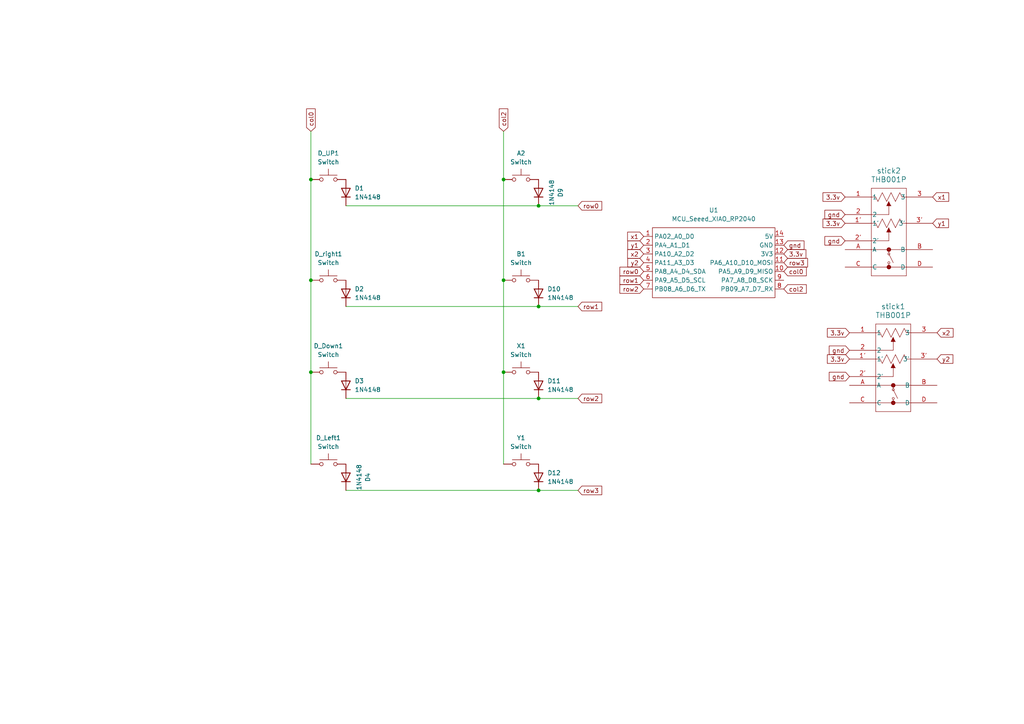
<source format=kicad_sch>
(kicad_sch (version 20250114) (generator "eeschema") (generator_version "9.0")
  (paper "A4")
  (lib_symbols
    (symbol "2025-05-29_23-49-57:THB001P" (pin_names (offset 0.254))
      (property "Reference" "R" (at 12.7 7.62 0))
      (property "Value" "THB001P" (at 12.7 5.08 0))
      (symbol "THB001P_0_1"
        (polyline (pts (xy 7.62 2.54) (xy 7.62 -22.86)) (stroke (width 0.127)))
        (polyline (pts (xy 7.62 0) (xy 8.89 0)) (stroke (width 0.127)))
        (polyline (pts (xy 7.62 -5.08) (xy 12.7 -5.08)) (stroke (width 0.127)))
        (polyline (pts (xy 7.62 -7.62) (xy 8.89 -7.62)) (stroke (width 0.127)))
        (polyline (pts (xy 7.62 -12.7) (xy 12.7 -12.7)) (stroke (width 0.127)))
        (polyline (pts (xy 7.62 -15.24) (xy 17.78 -15.24)) (stroke (width 0.127)))
        (polyline (pts (xy 7.62 -20.32) (xy 17.78 -20.32)) (stroke (width 0.127)))
        (polyline (pts (xy 7.62 -22.86) (xy 17.78 -22.86)) (stroke (width 0.127)))
        (polyline (pts (xy 8.89 0) (xy 9.525 -1.27)) (stroke (width 0.127)))
        (polyline (pts (xy 8.89 -7.62) (xy 9.525 -8.89)) (stroke (width 0.127)))
        (polyline (pts (xy 9.525 -1.27) (xy 10.795 1.27)) (stroke (width 0.127)))
        (polyline (pts (xy 9.525 -8.89) (xy 10.795 -6.35)) (stroke (width 0.127)))
        (polyline (pts (xy 10.795 1.27) (xy 12.065 -1.27)) (stroke (width 0.127)))
        (polyline (pts (xy 10.795 -6.35) (xy 12.065 -8.89)) (stroke (width 0.127)))
        (polyline (pts (xy 12.065 -1.27) (xy 13.335 1.27)) (stroke (width 0.127)))
        (polyline (pts (xy 12.065 -8.89) (xy 13.335 -6.35)) (stroke (width 0.127)))
        (polyline (pts (xy 12.7 -1.27) (xy 12.065 -2.54) (xy 13.335 -2.54)) (fill (type outline)))
        (polyline (pts (xy 12.7 -5.08) (xy 12.7 -2.54)) (stroke (width 0.127)))
        (polyline (pts (xy 12.7 -8.89) (xy 12.065 -10.16) (xy 13.335 -10.16)) (fill (type outline)))
        (polyline (pts (xy 12.7 -12.7) (xy 12.7 -10.16)) (stroke (width 0.127)))
        (circle (center 12.7 -15.24) (radius 0.127) (stroke (width 0.508)))
        (polyline (pts (xy 12.7 -16.1925) (xy 12.7 -15.24)) (stroke (width 0.127)))
        (polyline (pts (xy 12.7 -16.51) (xy 13.97 -19.05)) (stroke (width 0.127)))
        (circle (center 12.7 -16.51) (radius 0.3048) (stroke (width 0.127)))
        (circle (center 12.7 -19.05) (radius 0.3048) (stroke (width 0.127)))
        (polyline (pts (xy 12.7 -19.3675) (xy 12.7 -20.32)) (stroke (width 0.127)))
        (circle (center 12.7 -20.32) (radius 0.127) (stroke (width 0.508)))
        (polyline (pts (xy 13.335 1.27) (xy 14.605 -1.27)) (stroke (width 0.127)))
        (polyline (pts (xy 13.335 -6.35) (xy 14.605 -8.89)) (stroke (width 0.127)))
        (polyline (pts (xy 14.605 -1.27) (xy 15.875 1.27)) (stroke (width 0.127)))
        (polyline (pts (xy 14.605 -8.89) (xy 15.875 -6.35)) (stroke (width 0.127)))
        (polyline (pts (xy 15.875 1.27) (xy 16.51 0)) (stroke (width 0.127)))
        (polyline (pts (xy 15.875 -6.35) (xy 16.51 -7.62)) (stroke (width 0.127)))
        (polyline (pts (xy 16.51 0) (xy 17.78 0)) (stroke (width 0.127)))
        (polyline (pts (xy 16.51 -7.62) (xy 17.78 -7.62)) (stroke (width 0.127)))
        (polyline (pts (xy 17.78 2.54) (xy 7.62 2.54)) (stroke (width 0.127)))
        (polyline (pts (xy 17.78 -22.86) (xy 17.78 2.54)) (stroke (width 0.127)))
        (pin unspecified line (at 0 0 0) (length 7.62) (name "1") (number "1"))
        (pin unspecified line (at 0 -5.08 0) (length 7.62) (name "2") (number "2"))
        (pin unspecified line (at 0 -7.62 0) (length 7.62) (name "1'") (number "1'"))
        (pin unspecified line (at 0 -12.7 0) (length 7.62) (name "2'") (number "2'"))
        (pin unspecified line (at 0 -15.24 0) (length 7.62) (name "A") (number "A"))
        (pin unspecified line (at 0 -20.32 0) (length 7.62) (name "C") (number "C"))
        (pin unspecified line (at 25.4 0 180) (length 7.62) (name "3") (number "3"))
        (pin unspecified line (at 25.4 -7.62 180) (length 7.62) (name "3'") (number "3'"))
        (pin unspecified line (at 25.4 -15.24 180) (length 7.62) (name "B") (number "B"))
        (pin unspecified line (at 25.4 -20.32 180) (length 7.62) (name "D") (number "D"))
      )
    )
    (symbol "Diode:1N4148" (pin_numbers (hide yes)) (pin_names (hide yes))
      (property "Reference" "D" (at 0 2.54 0))
      (property "Value" "1N4148" (at 0 -2.54 0))
      (symbol "1N4148_0_1"
        (polyline (pts (xy -1.27 1.27) (xy -1.27 -1.27)) (stroke (width 0.254)))
        (polyline (pts (xy 1.27 1.27) (xy 1.27 -1.27) (xy -1.27 0) (xy 1.27 1.27)) (stroke (width 0.254)))
        (polyline (pts (xy 1.27 0) (xy -1.27 0)))
      )
      (symbol "1N4148_1_1"
        (pin passive line (at -3.81 0 0) (length 2.54) (name "K") (number "1"))
        (pin passive line (at 3.81 0 180) (length 2.54) (name "A") (number "2"))
      )
    )
    (symbol "ScottoKeebs:MCU_Seeed_XIAO_RP2040"
      (property "Reference" "U" (at -16.51 11.43 0))
      (property "Value" "MCU_Seeed_XIAO_RP2040" (at -3.81 -11.43 0))
      (symbol "MCU_Seeed_XIAO_RP2040_0_1"
        (rectangle (start -16.51 10.16) (end 19.05 -10.16))
      )
      (symbol "MCU_Seeed_XIAO_RP2040_1_1"
        (pin passive line (at -19.05 7.62 0) (length 2.54) (name "PA02_A0_D0") (number "1"))
        (pin passive line (at -19.05 5.08 0) (length 2.54) (name "PA4_A1_D1") (number "2"))
        (pin passive line (at -19.05 2.54 0) (length 2.54) (name "PA10_A2_D2") (number "3"))
        (pin passive line (at -19.05 0 0) (length 2.54) (name "PA11_A3_D3") (number "4"))
        (pin passive line (at -19.05 -2.54 0) (length 2.54) (name "PA8_A4_D4_SDA") (number "5"))
        (pin passive line (at -19.05 -5.08 0) (length 2.54) (name "PA9_A5_D5_SCL") (number "6"))
        (pin passive line (at -19.05 -7.62 0) (length 2.54) (name "PB08_A6_D6_TX") (number "7"))
        (pin passive line (at 21.59 7.62 180) (length 2.54) (name "5V") (number "14"))
        (pin passive line (at 21.59 5.08 180) (length 2.54) (name "GND") (number "13"))
        (pin passive line (at 21.59 2.54 180) (length 2.54) (name "3V3") (number "12"))
        (pin passive line (at 21.59 0 180) (length 2.54) (name "PA6_A10_D10_MOSI") (number "11"))
        (pin passive line (at 21.59 -2.54 180) (length 2.54) (name "PA5_A9_D9_MISO") (number "10"))
        (pin passive line (at 21.59 -5.08 180) (length 2.54) (name "PA7_A8_D8_SCK") (number "9"))
        (pin passive line (at 21.59 -7.62 180) (length 2.54) (name "PB09_A7_D7_RX") (number "8"))
      )
    )
    (symbol "ScottoKeebs:Placeholder_Switch" (pin_numbers (hide yes)) (pin_names (offset 1.016) (hide yes))
      (property "Reference" "SW" (at 1.27 2.54 0))
      (property "Value" "Switch" (at 0 -1.524 0))
      (symbol "Placeholder_Switch_0_1"
        (circle (center -2.032 0) (radius 0.508))
        (polyline (pts (xy 0 1.27) (xy 0 3.048)))
        (circle (center 2.032 0) (radius 0.508))
        (polyline (pts (xy 2.54 1.27) (xy -2.54 1.27)))
        (pin passive line (at -5.08 0 0) (length 2.54) (name "1") (number "1"))
        (pin passive line (at 5.08 0 180) (length 2.54) (name "2") (number "2"))
      )
    )
  )
  (junction (at 90.17 52.07))
  (junction (at 156.21 115.57))
  (junction (at 146.05 107.95))
  (junction (at 156.21 59.69))
  (junction (at 156.21 142.24))
  (junction (at 156.21 88.9))
  (junction (at 90.17 81.28))
  (junction (at 90.17 107.95))
  (junction (at 146.05 81.28))
  (junction (at 146.05 52.07))
  (wire (pts (xy 146.05 107.95) (xy 146.05 134.62)))
  (wire (pts (xy 90.17 107.95) (xy 90.17 134.62)))
  (wire (pts (xy 90.17 81.28) (xy 90.17 107.95)))
  (wire (pts (xy 100.33 88.9) (xy 156.21 88.9)))
  (wire (pts (xy 156.21 88.9) (xy 167.64 88.9)))
  (wire (pts (xy 100.33 142.24) (xy 156.21 142.24)))
  (wire (pts (xy 90.17 52.07) (xy 90.17 81.28)))
  (wire (pts (xy 156.21 59.69) (xy 167.64 59.69)))
  (wire (pts (xy 100.33 59.69) (xy 156.21 59.69)))
  (wire (pts (xy 146.05 38.1) (xy 146.05 52.07)))
  (wire (pts (xy 156.21 115.57) (xy 167.64 115.57)))
  (wire (pts (xy 100.33 115.57) (xy 156.21 115.57)))
  (wire (pts (xy 90.17 38.1) (xy 90.17 52.07)))
  (wire (pts (xy 146.05 52.07) (xy 146.05 81.28)))
  (wire (pts (xy 146.05 81.28) (xy 146.05 107.95)))
  (wire (pts (xy 156.21 142.24) (xy 167.64 142.24)))
  (global_label "x1" (shape input) (at 270.51 57.15 0) (property "Intersheetrefs" "${INTERSHEET_REFS}" (effects (hide yes))))
  (global_label "row0" (shape input) (at 167.64 59.69 0) (property "Intersheetrefs" "${INTERSHEET_REFS}" (effects (hide yes))))
  (global_label "3.3v" (shape input) (at 245.11 57.15 180) (property "Intersheetrefs" "${INTERSHEET_REFS}" (effects (hide yes))))
  (global_label "gnd" (shape input) (at 246.38 109.22 180) (property "Intersheetrefs" "${INTERSHEET_REFS}" (effects (hide yes))))
  (global_label "col0" (shape input) (at 227.33 78.74 0) (property "Intersheetrefs" "${INTERSHEET_REFS}" (effects (hide yes))))
  (global_label "x2" (shape input) (at 186.69 73.66 180) (property "Intersheetrefs" "${INTERSHEET_REFS}" (effects (hide yes))))
  (global_label "3.3v" (shape input) (at 246.38 96.52 180) (property "Intersheetrefs" "${INTERSHEET_REFS}" (effects (hide yes))))
  (global_label "row1" (shape input) (at 167.64 88.9 0) (property "Intersheetrefs" "${INTERSHEET_REFS}" (effects (hide yes))))
  (global_label "3.3v" (shape input) (at 227.33 73.66 0) (property "Intersheetrefs" "${INTERSHEET_REFS}" (effects (hide yes))))
  (global_label "row2" (shape input) (at 167.64 115.57 0) (property "Intersheetrefs" "${INTERSHEET_REFS}" (effects (hide yes))))
  (global_label "row3" (shape input) (at 227.33 76.2 0) (property "Intersheetrefs" "${INTERSHEET_REFS}" (effects (hide yes))))
  (global_label "gnd" (shape input) (at 245.11 69.85 180) (property "Intersheetrefs" "${INTERSHEET_REFS}" (effects (hide yes))))
  (global_label "gnd" (shape input) (at 246.38 101.6 180) (property "Intersheetrefs" "${INTERSHEET_REFS}" (effects (hide yes))))
  (global_label "x1" (shape input) (at 186.69 68.58 180) (property "Intersheetrefs" "${INTERSHEET_REFS}" (effects (hide yes))))
  (global_label "gnd" (shape input) (at 245.11 62.23 180) (property "Intersheetrefs" "${INTERSHEET_REFS}" (effects (hide yes))))
  (global_label "row2" (shape input) (at 186.69 83.82 180) (property "Intersheetrefs" "${INTERSHEET_REFS}" (effects (hide yes))))
  (global_label "y1" (shape input) (at 186.69 71.12 180) (property "Intersheetrefs" "${INTERSHEET_REFS}" (effects (hide yes))))
  (global_label "3.3v" (shape input) (at 246.38 104.14 180) (property "Intersheetrefs" "${INTERSHEET_REFS}" (effects (hide yes))))
  (global_label "gnd" (shape input) (at 227.33 71.12 0) (property "Intersheetrefs" "${INTERSHEET_REFS}" (effects (hide yes))))
  (global_label "3.3v" (shape input) (at 245.11 64.77 180) (property "Intersheetrefs" "${INTERSHEET_REFS}" (effects (hide yes))))
  (global_label "col2" (shape input) (at 146.05 38.1 90) (property "Intersheetrefs" "${INTERSHEET_REFS}" (effects (hide yes))))
  (global_label "row1" (shape input) (at 186.69 81.28 180) (property "Intersheetrefs" "${INTERSHEET_REFS}" (effects (hide yes))))
  (global_label "x2" (shape input) (at 271.78 96.52 0) (property "Intersheetrefs" "${INTERSHEET_REFS}" (effects (hide yes))))
  (global_label "y2" (shape input) (at 186.69 76.2 180) (property "Intersheetrefs" "${INTERSHEET_REFS}" (effects (hide yes))))
  (global_label "col0" (shape input) (at 90.17 38.1 90) (property "Intersheetrefs" "${INTERSHEET_REFS}" (effects (hide yes))))
  (global_label "row3" (shape input) (at 167.64 142.24 0) (property "Intersheetrefs" "${INTERSHEET_REFS}" (effects (hide yes))))
  (global_label "y2" (shape input) (at 271.78 104.14 0) (property "Intersheetrefs" "${INTERSHEET_REFS}" (effects (hide yes))))
  (global_label "y1" (shape input) (at 270.51 64.77 0) (property "Intersheetrefs" "${INTERSHEET_REFS}" (effects (hide yes))))
  (global_label "row0" (shape input) (at 186.69 78.74 180) (property "Intersheetrefs" "${INTERSHEET_REFS}" (effects (hide yes))))
  (global_label "col2" (shape input) (at 227.33 83.82 0) (property "Intersheetrefs" "${INTERSHEET_REFS}" (effects (hide yes))))
  (symbol (lib_id "ScottoKeebs:Placeholder_Switch") (at 151.13 81.28 0) (unit 1)
    (property "Reference" "B1" (at 151.13 73.66 0))
    (property "Value" "Switch" (at 151.13 76.2 0))
    (property "Footprint" "Button_Switch_SMD:SW_Push_1P1T_NO_CK_KSC6xxJ" (effects (hide yes)))
    (property "Description" "Push button switch, generic, two pins" (effects (hide yes)))
  )
  (symbol (lib_id "Diode:1N4148") (at 100.33 85.09 90) (unit 1)
    (property "Reference" "D2" (at 102.87 83.8199 90) (effects (justify right)))
    (property "Value" "1N4148" (at 102.87 86.3599 90) (effects (justify right)))
    (property "Footprint" "Diode_THT:D_DO-35_SOD27_P7.62mm_Horizontal" (effects (hide yes)))
    (property "Datasheet" "https://assets.nexperia.com/documents/data-sheet/1N4148_1N4448.pdf" (effects (hide yes)))
    (property "Description" "100V 0.15A standard switching diode, DO-35" (effects (hide yes)))
    (property "Sim.Device" "D" (effects (hide yes)))
    (property "Sim.Pins" "1=K 2=A" (effects (hide yes)))
  )
  (symbol (lib_id "2025-05-29_23-49-57:THB001P") (at 245.11 57.15 0) (unit 1)
    (property "Reference" "stick2" (at 257.81 49.53 0) (effects (font (size 1.524 1.524))))
    (property "Value" "THB001P" (at 257.81 52.07 0) (effects (font (size 1.524 1.524))))
    (property "Footprint" "ScottoKeebs_Miscellaneous:THB001P_CNK" (effects (hide yes)))
    (property "Datasheet" "THB001P" (effects (hide yes)))
  )
  (symbol (lib_id "ScottoKeebs:Placeholder_Switch") (at 151.13 52.07 0) (unit 1)
    (property "Reference" "A2" (at 151.13 44.45 0))
    (property "Value" "Switch" (at 151.13 46.99 0))
    (property "Footprint" "Button_Switch_SMD:SW_Push_1P1T_NO_CK_KSC6xxJ" (effects (hide yes)))
    (property "Description" "Push button switch, generic, two pins" (effects (hide yes)))
  )
  (symbol (lib_id "Diode:1N4148") (at 100.33 138.43 90) (unit 1)
    (property "Reference" "D4" (at 106.68 138.43 0))
    (property "Value" "1N4148" (at 104.14 138.43 0))
    (property "Footprint" "Diode_THT:D_DO-35_SOD27_P7.62mm_Horizontal" (effects (hide yes)))
    (property "Datasheet" "https://assets.nexperia.com/documents/data-sheet/1N4148_1N4448.pdf" (effects (hide yes)))
    (property "Description" "100V 0.15A standard switching diode, DO-35" (effects (hide yes)))
    (property "Sim.Device" "D" (effects (hide yes)))
    (property "Sim.Pins" "1=K 2=A" (effects (hide yes)))
  )
  (symbol (lib_id "Diode:1N4148") (at 156.21 111.76 90) (unit 1)
    (property "Reference" "D11" (at 158.75 110.4899 90) (effects (justify right)))
    (property "Value" "1N4148" (at 158.75 113.0299 90) (effects (justify right)))
    (property "Footprint" "Diode_THT:D_DO-35_SOD27_P7.62mm_Horizontal" (effects (hide yes)))
    (property "Datasheet" "https://assets.nexperia.com/documents/data-sheet/1N4148_1N4448.pdf" (effects (hide yes)))
    (property "Description" "100V 0.15A standard switching diode, DO-35" (effects (hide yes)))
    (property "Sim.Device" "D" (effects (hide yes)))
    (property "Sim.Pins" "1=K 2=A" (effects (hide yes)))
  )
  (symbol (lib_id "ScottoKeebs:Placeholder_Switch") (at 151.13 134.62 0) (unit 1)
    (property "Reference" "Y1" (at 151.13 127 0))
    (property "Value" "Switch" (at 151.13 129.54 0))
    (property "Footprint" "Button_Switch_SMD:SW_Push_1P1T_NO_CK_KSC6xxJ" (effects (hide yes)))
    (property "Description" "Push button switch, generic, two pins" (effects (hide yes)))
  )
  (symbol (lib_id "Diode:1N4148") (at 156.21 138.43 90) (unit 1)
    (property "Reference" "D12" (at 158.75 137.1599 90) (effects (justify right)))
    (property "Value" "1N4148" (at 158.75 139.6999 90) (effects (justify right)))
    (property "Footprint" "Diode_THT:D_DO-35_SOD27_P7.62mm_Horizontal" (effects (hide yes)))
    (property "Datasheet" "https://assets.nexperia.com/documents/data-sheet/1N4148_1N4448.pdf" (effects (hide yes)))
    (property "Description" "100V 0.15A standard switching diode, DO-35" (effects (hide yes)))
    (property "Sim.Device" "D" (effects (hide yes)))
    (property "Sim.Pins" "1=K 2=A" (effects (hide yes)))
  )
  (symbol (lib_id "Diode:1N4148") (at 100.33 111.76 90) (unit 1)
    (property "Reference" "D3" (at 102.87 110.4899 90) (effects (justify right)))
    (property "Value" "1N4148" (at 102.87 113.0299 90) (effects (justify right)))
    (property "Footprint" "Diode_THT:D_DO-35_SOD27_P7.62mm_Horizontal" (effects (hide yes)))
    (property "Datasheet" "https://assets.nexperia.com/documents/data-sheet/1N4148_1N4448.pdf" (effects (hide yes)))
    (property "Description" "100V 0.15A standard switching diode, DO-35" (effects (hide yes)))
    (property "Sim.Device" "D" (effects (hide yes)))
    (property "Sim.Pins" "1=K 2=A" (effects (hide yes)))
  )
  (symbol (lib_id "ScottoKeebs:MCU_Seeed_XIAO_RP2040") (at 205.74 76.2 0) (unit 1)
    (property "Reference" "U1" (at 207.01 60.96 0))
    (property "Value" "MCU_Seeed_XIAO_RP2040" (at 207.01 63.5 0))
    (property "Footprint" "ScottoKeebs_MCU:Seeed_XIAO_RP2040" (effects (hide yes)))
  )
  (symbol (lib_id "ScottoKeebs:Placeholder_Switch") (at 95.25 107.95 0) (unit 1)
    (property "Reference" "D_Down1" (at 95.25 100.33 0))
    (property "Value" "Switch" (at 95.25 102.87 0))
    (property "Footprint" "Button_Switch_SMD:SW_Push_1P1T_NO_CK_KSC6xxJ" (effects (hide yes)))
    (property "Description" "Push button switch, generic, two pins" (effects (hide yes)))
  )
  (symbol (lib_id "ScottoKeebs:Placeholder_Switch") (at 95.25 81.28 0) (unit 1)
    (property "Reference" "D_right1" (at 95.25 73.66 0))
    (property "Value" "Switch" (at 95.25 76.2 0))
    (property "Footprint" "Button_Switch_SMD:SW_Push_1P1T_NO_CK_KSC6xxJ" (effects (hide yes)))
    (property "Description" "Push button switch, generic, two pins" (effects (hide yes)))
  )
  (symbol (lib_id "2025-05-29_23-49-57:THB001P") (at 246.38 96.52 0) (unit 1)
    (property "Reference" "stick1" (at 259.08 88.9 0) (effects (font (size 1.524 1.524))))
    (property "Value" "THB001P" (at 259.08 91.44 0) (effects (font (size 1.524 1.524))))
    (property "Footprint" "ScottoKeebs_Miscellaneous:THB001P_CNK" (effects (hide yes)))
    (property "Datasheet" "THB001P" (effects (hide yes)))
  )
  (symbol (lib_id "Diode:1N4148") (at 100.33 55.88 90) (unit 1)
    (property "Reference" "D1" (at 102.87 54.6099 90) (effects (justify right)))
    (property "Value" "1N4148" (at 102.87 57.1499 90) (effects (justify right)))
    (property "Footprint" "Diode_THT:D_DO-35_SOD27_P7.62mm_Horizontal" (effects (hide yes)))
    (property "Datasheet" "https://assets.nexperia.com/documents/data-sheet/1N4148_1N4448.pdf" (effects (hide yes)))
    (property "Description" "100V 0.15A standard switching diode, DO-35" (effects (hide yes)))
    (property "Sim.Device" "D" (effects (hide yes)))
    (property "Sim.Pins" "1=K 2=A" (effects (hide yes)))
  )
  (symbol (lib_id "Diode:1N4148") (at 156.21 55.88 90) (unit 1)
    (property "Reference" "D9" (at 162.56 55.88 0))
    (property "Value" "1N4148" (at 160.02 55.88 0))
    (property "Footprint" "Diode_THT:D_DO-35_SOD27_P7.62mm_Horizontal" (effects (hide yes)))
    (property "Datasheet" "https://assets.nexperia.com/documents/data-sheet/1N4148_1N4448.pdf" (effects (hide yes)))
    (property "Description" "100V 0.15A standard switching diode, DO-35" (effects (hide yes)))
    (property "Sim.Device" "D" (effects (hide yes)))
    (property "Sim.Pins" "1=K 2=A" (effects (hide yes)))
  )
  (symbol (lib_id "ScottoKeebs:Placeholder_Switch") (at 95.25 134.62 0) (unit 1)
    (property "Reference" "D_Left1" (at 95.25 127 0))
    (property "Value" "Switch" (at 95.25 129.54 0))
    (property "Footprint" "Button_Switch_SMD:SW_Push_1P1T_NO_CK_KSC6xxJ" (effects (hide yes)))
    (property "Description" "Push button switch, generic, two pins" (effects (hide yes)))
  )
  (symbol (lib_id "ScottoKeebs:Placeholder_Switch") (at 95.25 52.07 0) (unit 1)
    (property "Reference" "D_UP1" (at 95.25 44.45 0))
    (property "Value" "Switch" (at 95.25 46.99 0))
    (property "Footprint" "Button_Switch_SMD:SW_Push_1P1T_NO_CK_KSC6xxJ" (effects (hide yes)))
    (property "Description" "Push button switch, generic, two pins" (effects (hide yes)))
  )
  (symbol (lib_id "Diode:1N4148") (at 156.21 85.09 90) (unit 1)
    (property "Reference" "D10" (at 158.75 83.8199 90) (effects (justify right)))
    (property "Value" "1N4148" (at 158.75 86.3599 90) (effects (justify right)))
    (property "Footprint" "Diode_THT:D_DO-35_SOD27_P7.62mm_Horizontal" (effects (hide yes)))
    (property "Datasheet" "https://assets.nexperia.com/documents/data-sheet/1N4148_1N4448.pdf" (effects (hide yes)))
    (property "Description" "100V 0.15A standard switching diode, DO-35" (effects (hide yes)))
    (property "Sim.Device" "D" (effects (hide yes)))
    (property "Sim.Pins" "1=K 2=A" (effects (hide yes)))
  )
  (symbol (lib_id "ScottoKeebs:Placeholder_Switch") (at 151.13 107.95 0) (unit 1)
    (property "Reference" "X1" (at 151.13 100.33 0))
    (property "Value" "Switch" (at 151.13 102.87 0))
    (property "Footprint" "Button_Switch_SMD:SW_Push_1P1T_NO_CK_KSC6xxJ" (effects (hide yes)))
    (property "Description" "Push button switch, generic, two pins" (effects (hide yes)))
  )
)
</source>
